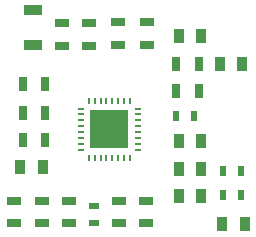
<source format=gbp>
G04 Layer_Color=128*
%FSLAX44Y44*%
%MOMM*%
G71*
G01*
G75*
%ADD30R,0.9000X1.3000*%
%ADD31R,1.6000X0.9000*%
%ADD32R,0.6000X0.9000*%
%ADD33R,0.7000X1.3000*%
%ADD34R,1.3000X0.7000*%
%ADD35R,0.9000X0.6000*%
%ADD36R,3.3000X3.3000*%
%ADD37R,0.6000X0.2300*%
%ADD38R,0.2300X0.6000*%
D30*
X332500Y185777D02*
D03*
X313500D02*
D03*
X348503Y297000D02*
D03*
X367503D02*
D03*
X332500Y208540D02*
D03*
X313500D02*
D03*
X369500Y162000D02*
D03*
X350500D02*
D03*
X198500Y210237D02*
D03*
X179500D02*
D03*
X332500Y232000D02*
D03*
X313500D02*
D03*
X332500Y321000D02*
D03*
X313500D02*
D03*
D31*
X190000Y313500D02*
D03*
Y342500D02*
D03*
D32*
X366500Y186000D02*
D03*
X351500D02*
D03*
X351500Y207000D02*
D03*
X366500D02*
D03*
X326500Y252763D02*
D03*
X311500D02*
D03*
D33*
X200500Y256003D02*
D03*
X181500D02*
D03*
X181500Y280000D02*
D03*
X200500D02*
D03*
X200500Y233000D02*
D03*
X181500D02*
D03*
X330500Y274000D02*
D03*
X311500D02*
D03*
X330500Y297003D02*
D03*
X311500D02*
D03*
D34*
X220992Y181500D02*
D03*
Y162500D02*
D03*
X238005Y312500D02*
D03*
Y331500D02*
D03*
X174000Y162500D02*
D03*
Y181500D02*
D03*
X215002Y331500D02*
D03*
Y312500D02*
D03*
X286003Y162275D02*
D03*
Y181275D02*
D03*
X197990Y162500D02*
D03*
Y181500D02*
D03*
X262997Y162275D02*
D03*
Y181275D02*
D03*
X286930Y332500D02*
D03*
Y313500D02*
D03*
X262000Y332500D02*
D03*
Y313500D02*
D03*
D35*
X241995Y177275D02*
D03*
Y162275D02*
D03*
D36*
X255000Y242000D02*
D03*
D37*
X279000Y259500D02*
D03*
Y254500D02*
D03*
Y249500D02*
D03*
Y244500D02*
D03*
Y239500D02*
D03*
Y234500D02*
D03*
Y229500D02*
D03*
Y224500D02*
D03*
X231000D02*
D03*
Y229500D02*
D03*
Y234500D02*
D03*
Y239500D02*
D03*
Y244500D02*
D03*
Y249500D02*
D03*
Y254500D02*
D03*
Y259500D02*
D03*
D38*
X272500Y218000D02*
D03*
X267500D02*
D03*
X262500D02*
D03*
X257500D02*
D03*
X252500D02*
D03*
X247500D02*
D03*
X242500D02*
D03*
X237500D02*
D03*
Y266000D02*
D03*
X242500D02*
D03*
X247500D02*
D03*
X252500D02*
D03*
X257500D02*
D03*
X262500D02*
D03*
X267500D02*
D03*
X272500D02*
D03*
M02*

</source>
